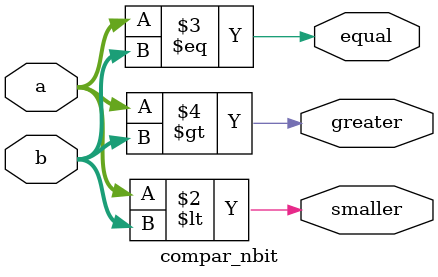
<source format=v>
module compar_nbit
	
	#(parameter N = 4)
	
	(input [N-1:0] a,
	input [N-1: 0] b,
	output reg smaller,
	output reg equal,
	output reg greater
	);
	
	always @ (*) begin
		smaller = (a < b);
		equal = (a == b);
		greater = (a > b);
	end
	
endmodule

</source>
